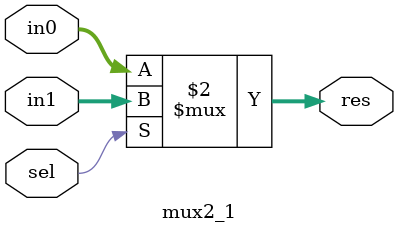
<source format=v>
module mux2_1 #(
    parameter WIDTH = 32
)(
    input   [WIDTH - 1:0] in0, in1, 
    input   sel,
    output  [WIDTH - 1:0] res
);
    assign res = (sel == 1'b1) ? in1 : in0;
endmodule

</source>
